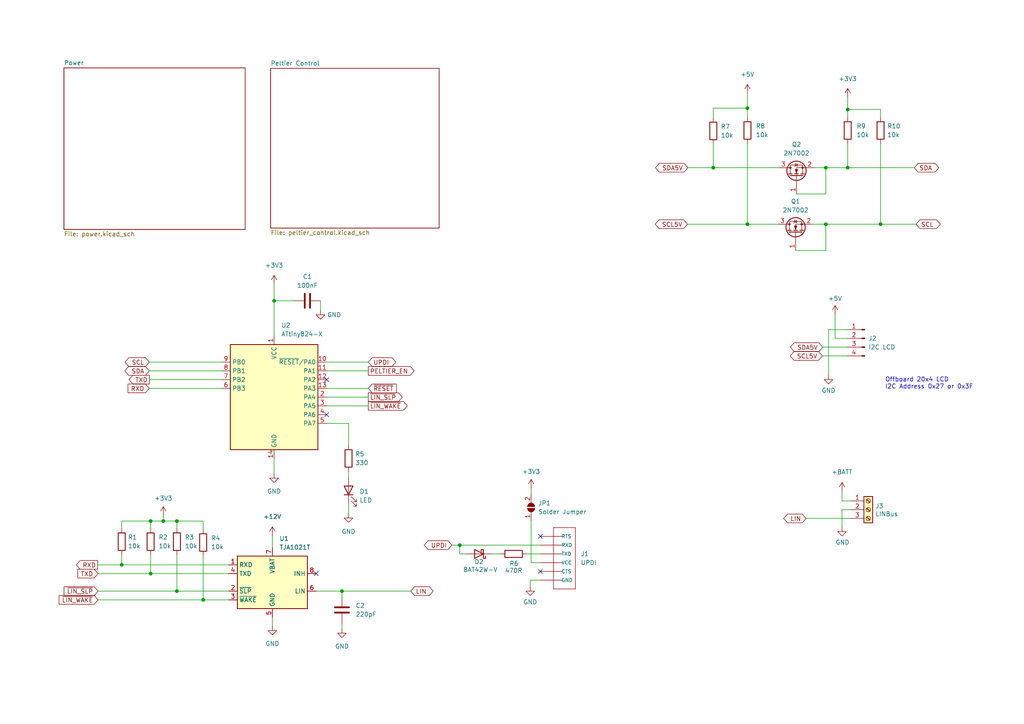
<source format=kicad_sch>
(kicad_sch (version 20211123) (generator eeschema)
  (paper "A4")
  (title_block (title "LINBus Peltier Controller") (date "2023-03-02") (rev "1.0") (company "Gavin Hurlbut"))
  (lib_symbols
    (symbol "Beirdo:FTDI_BASICPTH" (pin_numbers hide) (pin_names (offset 1.016))
      (property "Reference" "J" (at -5.08 10.922 0))
      (property "Value" "FTDI_BASICPTH" (at -5.08 -10.16 0))
      (symbol "FTDI_BASICPTH_1_0"
        (polyline (pts (xy -5.08 10.16) (xy -5.08 -7.62)))
        (polyline (pts (xy -5.08 10.16) (xy 1.27 10.16)))
        (polyline (pts (xy -1.27 -5.08) (xy 0 -5.08)))
        (polyline (pts (xy -1.27 -2.54) (xy 0 -2.54)))
        (polyline (pts (xy -1.27 0) (xy 0 0)))
        (polyline (pts (xy -1.27 2.54) (xy 0 2.54)))
        (polyline (pts (xy -1.27 5.08) (xy 0 5.08)))
        (polyline (pts (xy -1.27 7.62) (xy 0 7.62)))
        (polyline (pts (xy 1.27 -7.62) (xy -5.08 -7.62)))
        (polyline (pts (xy 1.27 -7.62) (xy 1.27 10.16)))
      )
      (symbol "FTDI_BASICPTH_1_1"
        (pin passive line (at 5.08 -5.08 180) (length 5.08) (name "GND") (number "1"))
        (pin passive line (at 5.08 -2.54 180) (length 5.08) (name "CTS") (number "2"))
        (pin passive line (at 5.08 0 180) (length 5.08) (name "VCC") (number "3"))
        (pin passive line (at 5.08 2.54 180) (length 5.08) (name "TXD") (number "4"))
        (pin passive line (at 5.08 5.08 180) (length 5.08) (name "RXD") (number "5"))
        (pin passive line (at 5.08 7.62 180) (length 5.08) (name "RTS") (number "6"))
      )
    )
    (symbol "Connector:Conn_01x04_Male" (pin_names (offset 1.016) hide)
      (property "Reference" "J" (at 0 5.08 0))
      (property "Value" "Conn_01x04_Male" (at 0 -7.62 0))
      (symbol "Conn_01x04_Male_1_1"
        (polyline (pts (xy 1.27 -5.08) (xy 0.8636 -5.08)) (stroke (width 0.1524)))
        (polyline (pts (xy 1.27 -2.54) (xy 0.8636 -2.54)) (stroke (width 0.1524)))
        (polyline (pts (xy 1.27 0) (xy 0.8636 0)) (stroke (width 0.1524)))
        (polyline (pts (xy 1.27 2.54) (xy 0.8636 2.54)) (stroke (width 0.1524)))
        (rectangle (start 0.8636 -4.953) (end 0 -5.207) (stroke (width 0.1524)) (fill (type outline)))
        (rectangle (start 0.8636 -2.413) (end 0 -2.667) (stroke (width 0.1524)) (fill (type outline)))
        (rectangle (start 0.8636 0.127) (end 0 -0.127) (stroke (width 0.1524)) (fill (type outline)))
        (rectangle (start 0.8636 2.667) (end 0 2.413) (stroke (width 0.1524)) (fill (type outline)))
        (pin passive line (at 5.08 2.54 180) (length 3.81) (name "Pin_1") (number "1"))
        (pin passive line (at 5.08 0 180) (length 3.81) (name "Pin_2") (number "2"))
        (pin passive line (at 5.08 -2.54 180) (length 3.81) (name "Pin_3") (number "3"))
        (pin passive line (at 5.08 -5.08 180) (length 3.81) (name "Pin_4") (number "4"))
      )
    )
    (symbol "Connector:Screw_Terminal_01x03" (pin_names (offset 1.016) hide)
      (property "Reference" "J" (at 0 5.08 0))
      (property "Value" "Screw_Terminal_01x03" (at 0 -5.08 0))
      (symbol "Screw_Terminal_01x03_1_1"
        (rectangle (start -1.27 3.81) (end 1.27 -3.81) (stroke (width 0.254)) (fill (type background)))
        (circle (center 0 -2.54) (radius 0.635) (stroke (width 0.1524)))
        (polyline (pts (xy -0.5334 -2.2098) (xy 0.3302 -3.048)) (stroke (width 0.1524)))
        (polyline (pts (xy -0.5334 0.3302) (xy 0.3302 -0.508)) (stroke (width 0.1524)))
        (polyline (pts (xy -0.5334 2.8702) (xy 0.3302 2.032)) (stroke (width 0.1524)))
        (polyline (pts (xy -0.3556 -2.032) (xy 0.508 -2.8702)) (stroke (width 0.1524)))
        (polyline (pts (xy -0.3556 0.508) (xy 0.508 -0.3302)) (stroke (width 0.1524)))
        (polyline (pts (xy -0.3556 3.048) (xy 0.508 2.2098)) (stroke (width 0.1524)))
        (circle (center 0 0) (radius 0.635) (stroke (width 0.1524)))
        (circle (center 0 2.54) (radius 0.635) (stroke (width 0.1524)))
        (pin passive line (at -5.08 2.54 0) (length 3.81) (name "Pin_1") (number "1"))
        (pin passive line (at -5.08 0 0) (length 3.81) (name "Pin_2") (number "2"))
        (pin passive line (at -5.08 -2.54 0) (length 3.81) (name "Pin_3") (number "3"))
      )
    )
    (symbol "Device:C" (pin_numbers hide) (pin_names (offset 0.254))
      (property "Reference" "C" (at 0.635 2.54 0))
      (property "Value" "C" (at 0.635 -2.54 0))
      (symbol "C_0_1"
        (polyline (pts (xy -2.032 -0.762) (xy 2.032 -0.762)) (stroke (width 0.508)))
        (polyline (pts (xy -2.032 0.762) (xy 2.032 0.762)) (stroke (width 0.508)))
      )
      (symbol "C_1_1"
        (pin passive line (at 0 3.81 270) (length 2.794) (name "~") (number "1"))
        (pin passive line (at 0 -3.81 90) (length 2.794) (name "~") (number "2"))
      )
    )
    (symbol "Device:LED" (pin_numbers hide) (pin_names (offset 1.016) hide)
      (property "Reference" "D" (at 0 2.54 0))
      (property "Value" "LED" (at 0 -2.54 0))
      (symbol "LED_0_1"
        (polyline (pts (xy -1.27 -1.27) (xy -1.27 1.27)) (stroke (width 0.254)))
        (polyline (pts (xy -1.27 0) (xy 1.27 0)))
        (polyline (pts (xy 1.27 -1.27) (xy 1.27 1.27) (xy -1.27 0) (xy 1.27 -1.27)) (stroke (width 0.254)))
        (polyline (pts (xy -3.048 -0.762) (xy -4.572 -2.286) (xy -3.81 -2.286) (xy -4.572 -2.286) (xy -4.572 -1.524)))
        (polyline (pts (xy -1.778 -0.762) (xy -3.302 -2.286) (xy -2.54 -2.286) (xy -3.302 -2.286) (xy -3.302 -1.524)))
      )
      (symbol "LED_1_1"
        (pin passive line (at -3.81 0 0) (length 2.54) (name "K") (number "1"))
        (pin passive line (at 3.81 0 180) (length 2.54) (name "A") (number "2"))
      )
    )
    (symbol "Device:R" (pin_numbers hide) (pin_names (offset 0))
      (property "Reference" "R" (at 2.032 0 90))
      (property "Value" "R" (at 0 0 90))
      (symbol "R_0_1"
        (rectangle (start -1.016 -2.54) (end 1.016 2.54) (stroke (width 0.254)))
      )
      (symbol "R_1_1"
        (pin passive line (at 0 3.81 270) (length 1.27) (name "~") (number "1"))
        (pin passive line (at 0 -3.81 90) (length 1.27) (name "~") (number "2"))
      )
    )
    (symbol "Diode:BAT42W-V" (pin_numbers hide) (pin_names (offset 1.016) hide)
      (property "Reference" "D" (at 0 2.54 0))
      (property "Value" "BAT42W-V" (at 0 -2.54 0))
      (symbol "BAT42W-V_0_1"
        (polyline (pts (xy 1.27 0) (xy -1.27 0)))
        (polyline (pts (xy 1.27 1.27) (xy 1.27 -1.27) (xy -1.27 0) (xy 1.27 1.27)) (stroke (width 0.254)))
        (polyline (pts (xy -1.905 0.635) (xy -1.905 1.27) (xy -1.27 1.27) (xy -1.27 -1.27) (xy -0.635 -1.27) (xy -0.635 -0.635)) (stroke (width 0.254)))
      )
      (symbol "BAT42W-V_1_1"
        (pin passive line (at -3.81 0 0) (length 2.54) (name "K") (number "1"))
        (pin passive line (at 3.81 0 180) (length 2.54) (name "A") (number "2"))
      )
    )
    (symbol "GND_1" (power) (pin_names (offset 0))
      (property "Value" "GND_1" (at 0 -3.81 0))
      (symbol "GND_1_0_1"
        (polyline (pts (xy 0 0) (xy 0 -1.27) (xy 1.27 -1.27) (xy 0 -2.54) (xy -1.27 -1.27) (xy 0 -1.27)))
      )
      (symbol "GND_1_1_1"
        (pin power_in line (at 0 0 270) (length 0) hide (name "GND") (number "1"))
      )
    )
    (symbol "Interface_CAN_LIN:TJA1021T"
      (property "Reference" "U" (at -10.16 8.89 0))
      (property "Value" "TJA1021T" (at 1.27 8.89 0))
      (symbol "TJA1021T_0_1"
        (rectangle (start -10.16 7.62) (end 10.16 -7.62) (stroke (width 0.254)) (fill (type background)))
      )
      (symbol "TJA1021T_1_1"
        (pin open_collector line (at -12.7 5.08 0) (length 2.54) (name "RXD") (number "1"))
        (pin input line (at -12.7 -2.54 0) (length 2.54) (name "~{SLP}") (number "2"))
        (pin input line (at -12.7 -5.08 0) (length 2.54) (name "~{WAKE}") (number "3"))
        (pin input line (at -12.7 2.54 0) (length 2.54) (name "TXD") (number "4"))
        (pin power_in line (at 0 -10.16 90) (length 2.54) (name "GND") (number "5"))
        (pin bidirectional line (at 12.7 -2.54 180) (length 2.54) (name "LIN") (number "6"))
        (pin power_in line (at 0 10.16 270) (length 2.54) (name "VBAT") (number "7"))
        (pin output line (at 12.7 2.54 180) (length 2.54) (name "INH") (number "8"))
      )
    )
    (symbol "Jumper:SolderJumper_2_Open" (pin_names (offset 0) hide)
      (property "Reference" "JP" (at 0 2.032 0))
      (property "Value" "SolderJumper_2_Open" (at 0 -2.54 0))
      (symbol "SolderJumper_2_Open_0_1"
        (arc (start -0.254 1.016) (mid -1.27 0) (end -0.254 -1.016))
        (arc (start -0.254 1.016) (mid -1.27 0) (end -0.254 -1.016) (fill (type outline)))
        (polyline (pts (xy -0.254 1.016) (xy -0.254 -1.016)))
        (polyline (pts (xy 0.254 1.016) (xy 0.254 -1.016)))
        (arc (start 0.254 -1.016) (mid 1.27 0) (end 0.254 1.016))
        (arc (start 0.254 -1.016) (mid 1.27 0) (end 0.254 1.016) (fill (type outline)))
      )
      (symbol "SolderJumper_2_Open_1_1"
        (pin passive line (at -3.81 0 0) (length 2.54) (name "A") (number "1"))
        (pin passive line (at 3.81 0 180) (length 2.54) (name "B") (number "2"))
      )
    )
    (symbol "MCU_Microchip_ATtiny:ATtiny824-X"
      (property "Reference" "U" (at -12.7 16.51 0))
      (property "Value" "ATtiny824-X" (at 2.54 -16.51 0))
      (symbol "ATtiny824-X_0_1"
        (rectangle (start -12.7 -15.24) (end 12.7 15.24) (stroke (width 0.254)) (fill (type background)))
      )
      (symbol "ATtiny824-X_1_1"
        (pin power_in line (at 0 17.78 270) (length 2.54) (name "VCC") (number "1"))
        (pin bidirectional line (at 15.24 10.16 180) (length 2.54) (name "~{RESET}/PA0") (number "10"))
        (pin bidirectional line (at 15.24 7.62 180) (length 2.54) (name "PA1") (number "11"))
        (pin bidirectional line (at 15.24 5.08 180) (length 2.54) (name "PA2") (number "12"))
        (pin bidirectional line (at 15.24 2.54 180) (length 2.54) (name "PA3") (number "13"))
        (pin power_in line (at 0 -17.78 90) (length 2.54) (name "GND") (number "14"))
        (pin bidirectional line (at 15.24 0 180) (length 2.54) (name "PA4") (number "2"))
        (pin bidirectional line (at 15.24 -2.54 180) (length 2.54) (name "PA5") (number "3"))
        (pin bidirectional line (at 15.24 -5.08 180) (length 2.54) (name "PA6") (number "4"))
        (pin bidirectional line (at 15.24 -7.62 180) (length 2.54) (name "PA7") (number "5"))
        (pin bidirectional line (at -15.24 2.54 0) (length 2.54) (name "PB3") (number "6"))
        (pin bidirectional line (at -15.24 5.08 0) (length 2.54) (name "PB2") (number "7"))
        (pin bidirectional line (at -15.24 7.62 0) (length 2.54) (name "PB1") (number "8"))
        (pin bidirectional line (at -15.24 10.16 0) (length 2.54) (name "PB0") (number "9"))
      )
    )
    (symbol "Transistor_FET:2N7002" (pin_names hide)
      (property "Reference" "Q" (at 5.08 1.905 0))
      (property "Value" "2N7002" (at 5.08 0 0))
      (symbol "2N7002_0_1"
        (polyline (pts (xy 0.254 0) (xy -2.54 0)))
        (polyline (pts (xy 0.254 1.905) (xy 0.254 -1.905)) (stroke (width 0.254)))
        (polyline (pts (xy 0.762 -1.27) (xy 0.762 -2.286)) (stroke (width 0.254)))
        (polyline (pts (xy 0.762 0.508) (xy 0.762 -0.508)) (stroke (width 0.254)))
        (polyline (pts (xy 0.762 2.286) (xy 0.762 1.27)) (stroke (width 0.254)))
        (polyline (pts (xy 2.54 2.54) (xy 2.54 1.778)))
        (polyline (pts (xy 2.54 -2.54) (xy 2.54 0) (xy 0.762 0)))
        (polyline (pts (xy 0.762 -1.778) (xy 3.302 -1.778) (xy 3.302 1.778) (xy 0.762 1.778)))
        (polyline (pts (xy 1.016 0) (xy 2.032 0.381) (xy 2.032 -0.381) (xy 1.016 0)) (fill (type outline)))
        (polyline (pts (xy 2.794 0.508) (xy 2.921 0.381) (xy 3.683 0.381) (xy 3.81 0.254)))
        (polyline (pts (xy 3.302 0.381) (xy 2.921 -0.254) (xy 3.683 -0.254) (xy 3.302 0.381)))
        (circle (center 1.651 0) (radius 2.794) (stroke (width 0.254)))
        (circle (center 2.54 -1.778) (radius 0.254) (fill (type outline)))
        (circle (center 2.54 1.778) (radius 0.254) (fill (type outline)))
      )
      (symbol "2N7002_1_1"
        (pin input line (at -5.08 0 0) (length 2.54) (name "G") (number "1"))
        (pin passive line (at 2.54 -5.08 90) (length 2.54) (name "S") (number "2"))
        (pin passive line (at 2.54 5.08 270) (length 2.54) (name "D") (number "3"))
      )
    )
    (symbol "power:+12V" (power) (pin_names (offset 0))
      (property "Value" "+12V" (at 0 3.556 0))
      (symbol "+12V_0_1"
        (polyline (pts (xy -0.762 1.27) (xy 0 2.54)))
        (polyline (pts (xy 0 0) (xy 0 2.54)))
        (polyline (pts (xy 0 2.54) (xy 0.762 1.27)))
      )
      (symbol "+12V_1_1"
        (pin power_in line (at 0 0 90) (length 0) hide (name "+12V") (number "1"))
      )
    )
    (symbol "power:+3V3" (power) (pin_names (offset 0))
      (property "Value" "+3V3" (at 0 3.556 0))
      (symbol "+3V3_0_1"
        (polyline (pts (xy -0.762 1.27) (xy 0 2.54)))
        (polyline (pts (xy 0 0) (xy 0 2.54)))
        (polyline (pts (xy 0 2.54) (xy 0.762 1.27)))
      )
      (symbol "+3V3_1_1"
        (pin power_in line (at 0 0 90) (length 0) hide (name "+3V3") (number "1"))
      )
    )
    (symbol "power:+5V" (power) (pin_names (offset 0))
      (property "Value" "+5V" (at 0 3.556 0))
      (symbol "+5V_0_1"
        (polyline (pts (xy -0.762 1.27) (xy 0 2.54)))
        (polyline (pts (xy 0 0) (xy 0 2.54)))
        (polyline (pts (xy 0 2.54) (xy 0.762 1.27)))
      )
      (symbol "+5V_1_1"
        (pin power_in line (at 0 0 90) (length 0) hide (name "+5V") (number "1"))
      )
    )
    (symbol "power:+BATT" (power) (pin_names (offset 0))
      (property "Value" "+BATT" (at 0 3.556 0))
      (symbol "+BATT_0_1"
        (polyline (pts (xy -0.762 1.27) (xy 0 2.54)))
        (polyline (pts (xy 0 0) (xy 0 2.54)))
        (polyline (pts (xy 0 2.54) (xy 0.762 1.27)))
      )
      (symbol "+BATT_1_1"
        (pin power_in line (at 0 0 90) (length 0) hide (name "+BATT") (number "1"))
      )
    )
    (symbol "power:GND" (power) (pin_names (offset 0))
      (property "Value" "GND" (at 0 -3.81 0))
      (symbol "GND_0_1"
        (polyline (pts (xy 0 0) (xy 0 -1.27) (xy 1.27 -1.27) (xy 0 -2.54) (xy -1.27 -1.27) (xy 0 -1.27)))
      )
      (symbol "GND_1_1"
        (pin power_in line (at 0 0 270) (length 0) hide (name "GND") (number "1"))
      )
    )
  )
  (junction (at 239.522 48.641))
  (junction (at 79.502 87.249))
  (junction (at 47.371 151.13))
  (junction (at 216.789 31.369))
  (junction (at 206.883 48.641))
  (junction (at 255.397 65.024))
  (junction (at 43.688 151.13))
  (junction (at 245.872 31.75))
  (junction (at 43.688 166.37))
  (junction (at 239.522 65.024))
  (junction (at 58.928 173.99))
  (junction (at 35.306 163.83))
  (junction (at 99.187 171.45))
  (junction (at 245.872 48.641))
  (junction (at 51.308 171.45))
  (junction (at 133.35 158.115))
  (junction (at 51.308 151.13))
  (junction (at 216.789 65.024))
  (no_connect (at 94.742 110.109))
  (no_connect (at 91.694 166.37))
  (no_connect (at 156.718 165.735))
  (no_connect (at 156.718 155.575))
  (no_connect (at 94.742 120.269))
  (wire (pts (xy 79.502 132.969) (xy 79.502 137.414)))
  (wire (pts (xy 240.3094 108.8136) (xy 240.3094 95.6056)))
  (wire (pts (xy 43.688 166.37) (xy 66.294 166.37)))
  (wire (pts (xy 216.789 65.024) (xy 225.679 65.024)))
  (wire (pts (xy 58.928 161.163) (xy 58.928 173.99)))
  (wire (pts (xy 43.688 151.13) (xy 47.371 151.13)))
  (wire (pts (xy 154.051 141.605) (xy 154.051 143.383)))
  (wire (pts (xy 58.928 173.99) (xy 66.294 173.99)))
  (wire (pts (xy 47.371 151.13) (xy 51.308 151.13)))
  (wire (pts (xy 156.718 168.275) (xy 153.797 168.275)))
  (wire (pts (xy 58.928 151.13) (xy 58.928 153.543)))
  (wire (pts (xy 28.448 171.45) (xy 51.308 171.45)))
  (wire (pts (xy 242.2144 98.1456) (xy 245.7704 98.1456)))
  (wire (pts (xy 79.502 82.423) (xy 79.502 87.249)))
  (wire (pts (xy 79.502 87.249) (xy 79.502 97.409)))
  (wire (pts (xy 245.872 48.641) (xy 265.176 48.641)))
  (wire (pts (xy 99.187 180.721) (xy 99.187 182.372)))
  (wire (pts (xy 239.522 56.261) (xy 239.522 48.641)))
  (wire (pts (xy 106.807 105.029) (xy 94.742 105.029)))
  (wire (pts (xy 245.872 31.75) (xy 255.397 31.75)))
  (wire (pts (xy 154.051 151.003) (xy 154.051 163.195)))
  (wire (pts (xy 199.517 48.641) (xy 206.883 48.641)))
  (wire (pts (xy 133.35 158.115) (xy 156.718 158.115)))
  (wire (pts (xy 35.306 160.909) (xy 35.306 163.83)))
  (wire (pts (xy 131.064 158.115) (xy 133.35 158.115)))
  (wire (pts (xy 99.187 171.45) (xy 119.126 171.45)))
  (wire (pts (xy 244.221 147.828) (xy 246.761 147.828)))
  (wire (pts (xy 43.688 160.909) (xy 43.688 166.37)))
  (wire (pts (xy 245.872 28.194) (xy 245.872 31.75)))
  (wire (pts (xy 51.308 151.13) (xy 51.308 153.289)))
  (wire (pts (xy 206.883 48.641) (xy 225.933 48.641)))
  (wire (pts (xy 94.742 112.649) (xy 106.807 112.649)))
  (wire (pts (xy 142.748 160.655) (xy 145.161 160.655)))
  (wire (pts (xy 231.013 56.261) (xy 239.522 56.261)))
  (wire (pts (xy 245.872 31.75) (xy 245.872 34.036)))
  (wire (pts (xy 94.742 122.809) (xy 101.092 122.809)))
  (wire (pts (xy 78.994 179.07) (xy 78.994 181.61)))
  (wire (pts (xy 230.759 72.644) (xy 239.522 72.644)))
  (wire (pts (xy 79.502 87.249) (xy 85.344 87.249)))
  (wire (pts (xy 235.839 65.024) (xy 239.522 65.024)))
  (wire (pts (xy 216.789 41.656) (xy 216.789 65.024)))
  (wire (pts (xy 246.761 150.368) (xy 233.807 150.368)))
  (wire (pts (xy 242.2144 91.1606) (xy 242.2144 98.1456)))
  (wire (pts (xy 78.994 155.321) (xy 78.994 158.75)))
  (wire (pts (xy 94.742 115.189) (xy 106.807 115.189)))
  (wire (pts (xy 206.883 31.369) (xy 216.789 31.369)))
  (wire (pts (xy 239.522 72.644) (xy 239.522 65.024)))
  (wire (pts (xy 35.306 163.83) (xy 66.294 163.83)))
  (wire (pts (xy 51.308 160.909) (xy 51.308 171.45)))
  (wire (pts (xy 206.883 31.369) (xy 206.883 34.163)))
  (wire (pts (xy 238.6584 100.6856) (xy 245.7704 100.6856)))
  (wire (pts (xy 43.307 110.109) (xy 64.262 110.109)))
  (wire (pts (xy 244.221 152.908) (xy 244.221 147.828)))
  (wire (pts (xy 101.092 146.05) (xy 101.092 148.971)))
  (wire (pts (xy 43.307 112.649) (xy 64.262 112.649)))
  (wire (pts (xy 245.872 41.656) (xy 245.872 48.641)))
  (wire (pts (xy 94.742 107.569) (xy 106.807 107.569)))
  (wire (pts (xy 51.308 171.45) (xy 66.294 171.45)))
  (wire (pts (xy 135.128 160.655) (xy 133.35 160.655)))
  (wire (pts (xy 43.307 105.029) (xy 64.262 105.029)))
  (wire (pts (xy 91.694 171.45) (xy 99.187 171.45)))
  (wire (pts (xy 133.35 160.655) (xy 133.35 158.115)))
  (wire (pts (xy 51.308 151.13) (xy 58.928 151.13)))
  (wire (pts (xy 199.39 65.024) (xy 216.789 65.024)))
  (wire (pts (xy 43.688 151.13) (xy 43.688 153.289)))
  (wire (pts (xy 94.742 117.729) (xy 106.807 117.729)))
  (wire (pts (xy 240.3094 95.6056) (xy 245.7704 95.6056)))
  (wire (pts (xy 236.093 48.641) (xy 239.522 48.641)))
  (wire (pts (xy 43.307 107.569) (xy 64.262 107.569)))
  (wire (pts (xy 244.221 145.288) (xy 244.221 142.494)))
  (wire (pts (xy 239.522 65.024) (xy 255.397 65.024)))
  (wire (pts (xy 101.092 136.779) (xy 101.092 138.43)))
  (wire (pts (xy 35.306 151.13) (xy 43.688 151.13)))
  (wire (pts (xy 153.797 168.275) (xy 153.797 170.18)))
  (wire (pts (xy 92.964 87.249) (xy 92.964 90.043)))
  (wire (pts (xy 101.092 122.809) (xy 101.092 129.159)))
  (wire (pts (xy 35.306 153.289) (xy 35.306 151.13)))
  (wire (pts (xy 156.718 163.195) (xy 154.051 163.195)))
  (wire (pts (xy 244.221 145.288) (xy 246.761 145.288)))
  (wire (pts (xy 255.397 65.024) (xy 265.684 65.024)))
  (wire (pts (xy 255.397 41.656) (xy 255.397 65.024)))
  (wire (pts (xy 239.522 48.641) (xy 245.872 48.641)))
  (wire (pts (xy 238.5314 103.2256) (xy 245.7704 103.2256)))
  (wire (pts (xy 216.789 34.036) (xy 216.789 31.369)))
  (wire (pts (xy 28.448 173.99) (xy 58.928 173.99)))
  (wire (pts (xy 99.187 171.45) (xy 99.187 173.101)))
  (wire (pts (xy 28.321 163.83) (xy 35.306 163.83)))
  (wire (pts (xy 28.448 166.37) (xy 43.688 166.37)))
  (wire (pts (xy 47.371 149.479) (xy 47.371 151.13)))
  (wire (pts (xy 152.781 160.655) (xy 156.718 160.655)))
  (wire (pts (xy 206.883 41.783) (xy 206.883 48.641)))
  (wire (pts (xy 255.397 31.75) (xy 255.397 34.036)))
  (wire (pts (xy 216.789 27.051) (xy 216.789 31.369)))
  (text "Offboard 20x4 LCD\nI2C Address 0x27 or 0x3F" (at 256.6924 113.0046 0) (effects (font (size 1.27 1.27)) (justify left bottom)))
  (global_label "~{LIN_SLP}" (shape output) (at 106.807 115.189 0) (property "Intersheet References" "${INTERSHEET_REFS}" (effects hide)))
  (global_label "~{LIN_SLP}" (shape input) (at 28.448 171.45 180) (property "Intersheet References" "${INTERSHEET_REFS}" (effects hide)))
  (global_label "RXD" (shape input) (at 43.307 112.649 180) (property "Intersheet References" "${INTERSHEET_REFS}" (effects hide)))
  (global_label "SCL" (shape bidirectional) (at 43.307 105.029 180) (property "Intersheet References" "${INTERSHEET_REFS}" (effects hide)))
  (global_label "SDA5V" (shape bidirectional) (at 199.517 48.641 180) (property "Intersheet References" "${INTERSHEET_REFS}" (effects hide)))
  (global_label "LIN" (shape bidirectional) (at 119.126 171.45 0) (property "Intersheet References" "${INTERSHEET_REFS}" (effects hide)))
  (global_label "~{LIN_WAKE}" (shape output) (at 106.807 117.729 0) (property "Intersheet References" "${INTERSHEET_REFS}" (effects hide)))
  (global_label "SDA" (shape bidirectional) (at 265.176 48.641 0) (property "Intersheet References" "${INTERSHEET_REFS}" (effects hide)))
  (global_label "LIN" (shape bidirectional) (at 233.807 150.368 180) (property "Intersheet References" "${INTERSHEET_REFS}" (effects hide)))
  (global_label "SCL5V" (shape bidirectional) (at 238.5314 103.2256 180) (property "Intersheet References" "${INTERSHEET_REFS}" (effects hide)))
  (global_label "SDA5V" (shape bidirectional) (at 238.6584 100.6856 180) (property "Intersheet References" "${INTERSHEET_REFS}" (effects hide)))
  (global_label "~{RESET}" (shape input) (at 106.807 112.649 0) (property "Intersheet References" "${INTERSHEET_REFS}" (effects hide)))
  (global_label "TXD" (shape input) (at 28.448 166.37 180) (property "Intersheet References" "${INTERSHEET_REFS}" (effects hide)))
  (global_label "~{LIN_WAKE}" (shape input) (at 28.448 173.99 180) (property "Intersheet References" "${INTERSHEET_REFS}" (effects hide)))
  (global_label "SDA" (shape bidirectional) (at 43.307 107.569 180) (property "Intersheet References" "${INTERSHEET_REFS}" (effects hide)))
  (global_label "SCL5V" (shape bidirectional) (at 199.39 65.024 180) (property "Intersheet References" "${INTERSHEET_REFS}" (effects hide)))
  (global_label "SCL" (shape bidirectional) (at 265.684 65.024 0) (property "Intersheet References" "${INTERSHEET_REFS}" (effects hide)))
  (global_label "PELTIER_EN" (shape output) (at 106.807 107.569 0) (property "Intersheet References" "${INTERSHEET_REFS}" (effects hide)))
  (global_label "TXD" (shape output) (at 43.307 110.109 180) (property "Intersheet References" "${INTERSHEET_REFS}" (effects hide)))
  (global_label "UPDI" (shape bidirectional) (at 106.807 105.029 0) (property "Intersheet References" "${INTERSHEET_REFS}" (effects hide)))
  (global_label "RXD" (shape output) (at 28.321 163.83 180) (property "Intersheet References" "${INTERSHEET_REFS}" (effects hide)))
  (global_label "UPDI" (shape bidirectional) (at 131.064 158.115 180) (property "Intersheet References" "${INTERSHEET_REFS}" (effects hide)))
  (symbol (lib_id "Device:R") (at 216.789 37.846 0) (unit 1)
    (property "Reference" "R8" (at 219.202 36.5759 0) (effects (justify left)))
    (property "Value" "10k" (at 219.202 39.1159 0) (effects (justify left)))
    (property "Footprint" "Resistor_SMD:R_0805_2012Metric_Pad1.20x1.40mm_HandSolder" (effects hide))
  )
  (symbol (lib_id "Beirdo:FTDI_BASICPTH") (at 161.798 163.195 0) (mirror y) (unit 1)
    (property "Reference" "J1" (at 168.402 160.6549 0) (effects (justify right)))
    (property "Value" "UPDI" (at 168.402 163.1949 0) (effects (justify right)))
    (property "Footprint" "Beirdo:FTDI_BASIC" (effects hide))
  )
  (symbol (lib_id "power:+3V3") (at 245.872 28.194 0) (unit 1)
    (property "Reference" "#PWR019" (effects hide))
    (property "Value" "+3V3" (at 245.872 22.86 0))
  )
  (symbol (lib_id "power:GND") (at 244.221 152.908 0) (unit 1)
    (property "Reference" "#PWR018" (effects hide))
    (property "Value" "GND" (at 244.348 157.3022 0))
  )
  (symbol (lib_id "Connector:Screw_Terminal_01x03") (at 251.841 147.828 0) (unit 1)
    (property "Reference" "J3" (at 253.873 146.7612 0) (effects (justify left)))
    (property "Value" "LINBus" (at 253.873 149.0726 0) (effects (justify left)))
    (property "Footprint" "TerminalBlock_TE-Connectivity:TerminalBlock_TE_282834-3_1x03_P2.54mm_Horizontal" (effects hide))
  )
  (symbol (lib_id "power:+3V3") (at 154.051 141.605 0) (unit 1)
    (property "Reference" "#PWR012" (effects hide))
    (property "Value" "+3V3" (at 154.051 136.779 0))
  )
  (symbol (lib_id "power:+BATT") (at 244.221 142.494 0) (unit 1)
    (property "Reference" "#PWR017" (effects hide))
    (property "Value" "+BATT" (at 244.221 136.906 0))
  )
  (symbol (lib_id "Device:R") (at 58.928 157.353 0) (unit 1)
    (property "Reference" "R4" (at 61.214 156.0829 0) (effects (justify left)))
    (property "Value" "10k" (at 61.214 158.6229 0) (effects (justify left)))
    (property "Footprint" "Resistor_SMD:R_0805_2012Metric_Pad1.20x1.40mm_HandSolder" (effects hide))
  )
  (symbol (lib_id "power:GND") (at 99.187 182.372 0) (unit 1)
    (property "Reference" "#PWR07" (effects hide))
    (property "Value" "GND" (at 99.187 187.452 0))
  )
  (symbol (lib_id "power:GND") (at 78.994 181.61 0) (unit 1)
    (property "Reference" "#PWR03" (effects hide))
    (property "Value" "GND" (at 78.994 186.69 0))
  )
  (symbol (lib_id "Device:R") (at 255.397 37.846 0) (unit 1)
    (property "Reference" "R10" (at 257.302 36.5759 0) (effects (justify left)))
    (property "Value" "10k" (at 257.302 39.1159 0) (effects (justify left)))
    (property "Footprint" "Resistor_SMD:R_0805_2012Metric_Pad1.20x1.40mm_HandSolder" (effects hide))
  )
  (symbol (lib_id "Device:R") (at 206.883 37.973 0) (unit 1)
    (property "Reference" "R7" (at 209.042 36.7029 0) (effects (justify left)))
    (property "Value" "10k" (at 209.042 39.2429 0) (effects (justify left)))
    (property "Footprint" "Resistor_SMD:R_0805_2012Metric_Pad1.20x1.40mm_HandSolder" (effects hide))
  )
  (symbol (lib_id "Device:R") (at 245.872 37.846 0) (unit 1)
    (property "Reference" "R9" (at 248.412 36.5759 0) (effects (justify left)))
    (property "Value" "10k" (at 248.412 39.1159 0) (effects (justify left)))
    (property "Footprint" "Resistor_SMD:R_0805_2012Metric_Pad1.20x1.40mm_HandSolder" (effects hide))
  )
  (symbol (lib_id "Device:R") (at 35.306 157.099 0) (unit 1)
    (property "Reference" "R1" (at 37.084 155.8289 0) (effects (justify left)))
    (property "Value" "10k" (at 37.084 158.3689 0) (effects (justify left)))
    (property "Footprint" "Resistor_SMD:R_0805_2012Metric_Pad1.20x1.40mm_HandSolder" (effects hide))
  )
  (symbol (lib_id "Device:C") (at 99.187 176.911 0) (unit 1)
    (property "Reference" "C2" (at 103.124 175.6409 0) (effects (justify left)))
    (property "Value" "220pF" (at 103.124 178.1809 0) (effects (justify left)))
    (property "Footprint" "Capacitor_SMD:C_0805_2012Metric_Pad1.18x1.45mm_HandSolder" (effects hide))
  )
  (symbol (lib_id "Device:LED") (at 101.092 142.24 90) (unit 1)
    (property "Reference" "D1" (at 104.267 142.5574 90) (effects (justify right)))
    (property "Value" "LED" (at 104.267 145.0974 90) (effects (justify right)))
    (property "Footprint" "LED_SMD:LED_0805_2012Metric_Pad1.15x1.40mm_HandSolder" (effects hide))
  )
  (symbol (lib_id "Transistor_FET:2N7002") (at 230.759 67.564 90) (unit 1)
    (property "Reference" "Q1" (at 230.759 58.42 90))
    (property "Value" "2N7002" (at 230.759 60.96 90))
    (property "Footprint" "Package_TO_SOT_SMD:SOT-23" (effects hide))
    (property "Datasheet" "https://www.onsemi.com/pub/Collateral/NDS7002A-D.PDF" (effects hide))
  )
  (symbol (lib_id "power:+5V") (at 242.2144 91.1606 0) (unit 1)
    (property "Reference" "#PWR016" (effects hide))
    (property "Value" "+5V" (at 242.2144 86.5886 0))
  )
  (symbol (lib_id "power:GND") (at 79.502 137.414 0) (unit 1)
    (property "Reference" "#PWR05" (effects hide))
    (property "Value" "GND" (at 79.502 142.494 0))
  )
  (symbol (lib_id "Transistor_FET:2N7002") (at 231.013 51.181 90) (unit 1)
    (property "Reference" "Q2" (at 231.013 41.91 90))
    (property "Value" "2N7002" (at 231.013 44.45 90))
    (property "Footprint" "Package_TO_SOT_SMD:SOT-23" (effects hide))
    (property "Datasheet" "https://www.onsemi.com/pub/Collateral/NDS7002A-D.PDF" (effects hide))
  )
  (symbol (lib_id "Connector:Conn_01x04_Male") (at 250.8504 98.1456 0) (mirror y) (unit 1)
    (property "Reference" "J2" (at 251.8664 98.1455 0) (effects (justify right)))
    (property "Value" "I2C LCD" (at 251.8664 100.6855 0) (effects (justify right)))
    (property "Footprint" "Connector_PinHeader_2.54mm:PinHeader_1x04_P2.54mm_Vertical" (effects hide))
  )
  (symbol (lib_id "power:GND") (at 240.3094 108.8136 0) (unit 1)
    (property "Reference" "#PWR015" (effects hide))
    (property "Value" "GND" (at 240.3094 113.2586 0))
  )
  (symbol (lib_id "Diode:BAT42W-V") (at 138.938 160.655 180) (unit 1)
    (property "Reference" "D2" (at 138.938 162.941 0))
    (property "Value" "BAT42W-V" (at 139.319 165.227 0))
    (property "Footprint" "Diode_SMD:D_SOD-123" (effects hide))
    (property "Datasheet" "http://www.vishay.com/docs/85660/bat42.pdf" (effects hide))
  )
  (symbol (lib_name "GND_1") (lib_id "power:GND") (at 153.797 170.18 0) (unit 1)
    (property "Reference" "#PWR011" (effects hide))
    (property "Value" "GND" (at 153.797 174.625 0))
  )
  (symbol (lib_id "MCU_Microchip_ATtiny:ATtiny824-X") (at 79.502 115.189 0) (unit 1)
    (property "Reference" "U2" (at 81.5214 94.361 0) (effects (justify left)))
    (property "Value" "ATtiny824-X" (at 81.5214 96.901 0) (effects (justify left)))
    (property "Footprint" "Package_SO:TSSOP-14_4.4x5mm_P0.65mm" (effects hide))
    (property "Datasheet" "https://ww1.microchip.com/downloads/en/DeviceDoc/ATtiny424-426-427-824-826-827-DataSheet-DS40002311A.pdf" (effects hide))
  )
  (symbol (lib_id "power:+5V") (at 216.789 27.051 0) (unit 1)
    (property "Reference" "#PWR014" (effects hide))
    (property "Value" "+5V" (at 216.789 21.59 0))
  )
  (symbol (lib_id "Device:R") (at 43.688 157.099 0) (unit 1)
    (property "Reference" "R2" (at 45.974 155.8289 0) (effects (justify left)))
    (property "Value" "10k" (at 45.974 158.3689 0) (effects (justify left)))
    (property "Footprint" "Resistor_SMD:R_0805_2012Metric_Pad1.20x1.40mm_HandSolder" (effects hide))
  )
  (symbol (lib_id "Device:R") (at 101.092 132.969 0) (unit 1)
    (property "Reference" "R5" (at 102.997 131.6989 0) (effects (justify left)))
    (property "Value" "330" (at 102.997 134.2389 0) (effects (justify left)))
    (property "Footprint" "Resistor_SMD:R_0805_2012Metric_Pad1.20x1.40mm_HandSolder" (effects hide))
  )
  (symbol (lib_id "Device:R") (at 51.308 157.099 0) (unit 1)
    (property "Reference" "R3" (at 53.594 155.8289 0) (effects (justify left)))
    (property "Value" "10k" (at 53.594 158.3689 0) (effects (justify left)))
    (property "Footprint" "Resistor_SMD:R_0805_2012Metric_Pad1.20x1.40mm_HandSolder" (effects hide))
  )
  (symbol (lib_id "Jumper:SolderJumper_2_Open") (at 154.051 147.193 90) (unit 1)
    (property "Reference" "JP1" (at 156.083 145.9229 90) (effects (justify right)))
    (property "Value" "Solder Jumper" (at 156.083 148.4629 90) (effects (justify right)))
    (property "Footprint" "Jumper:SolderJumper-2_P1.3mm_Open_TrianglePad1.0x1.5mm" (effects hide))
  )
  (symbol (lib_id "power:GND") (at 101.092 148.971 0) (unit 1)
    (property "Reference" "#PWR08" (effects hide))
    (property "Value" "GND" (at 101.092 154.178 0))
  )
  (symbol (lib_id "power:GND") (at 92.964 90.043 0) (unit 1)
    (property "Reference" "#PWR06" (effects hide))
    (property "Value" "GND" (at 94.869 91.3129 0) (effects (justify left)))
  )
  (symbol (lib_id "Device:C") (at 89.154 87.249 270) (unit 1)
    (property "Reference" "C1" (at 89.154 80.264 90))
    (property "Value" "100nF" (at 89.154 82.804 90))
    (property "Footprint" "Capacitor_SMD:C_0805_2012Metric_Pad1.18x1.45mm_HandSolder" (effects hide))
  )
  (symbol (lib_id "Interface_CAN_LIN:TJA1021T") (at 78.994 168.91 0) (unit 1)
    (property "Reference" "U1" (at 81.0134 156.21 0) (effects (justify left)))
    (property "Value" "TJA1021T" (at 81.0134 158.75 0) (effects (justify left)))
    (property "Footprint" "Package_SO:SOIC-8_3.9x4.9mm_P1.27mm" (effects hide))
    (property "Datasheet" "http://www.nxp.com/documents/data_sheet/TJA1021.pdf" (effects hide))
  )
  (symbol (lib_id "power:+12V") (at 78.994 155.321 0) (unit 1)
    (property "Reference" "#PWR02" (effects hide))
    (property "Value" "+12V" (at 78.994 149.86 0))
  )
  (symbol (lib_id "power:+3V3") (at 47.371 149.479 0) (unit 1)
    (property "Reference" "#PWR01" (effects hide))
    (property "Value" "+3V3" (at 47.371 144.526 0))
  )
  (symbol (lib_id "power:+3V3") (at 79.502 82.423 0) (unit 1)
    (property "Reference" "#PWR04" (effects hide))
    (property "Value" "+3V3" (at 79.502 76.962 0))
  )
  (symbol (lib_id "Device:R") (at 148.971 160.655 90) (unit 1)
    (property "Reference" "R6" (at 149.098 163.449 90))
    (property "Value" "470R" (at 148.971 165.481 90))
    (property "Footprint" "Resistor_SMD:R_0805_2012Metric_Pad1.20x1.40mm_HandSolder" (effects hide))
  )
  (sheet (at 78.486 19.812) (size 48.895 46.355) (stroke (width 0.1524))
    (property "Sheet name" "Peltier Control" (at 78.486 19.1004 0) (effects (justify left bottom)))
    (property "Sheet file" "peltier_control.kicad_sch" (at 78.486 66.7516 0) (effects (justify left top)))
  )
  (sheet (at 18.542 19.685) (size 52.578 46.863) (stroke (width 0.1524))
    (property "Sheet name" "Power" (at 18.542 18.9734 0) (effects (justify left bottom)))
    (property "Sheet file" "power.kicad_sch" (at 18.542 67.1326 0) (effects (justify left top)))
  )
)
</source>
